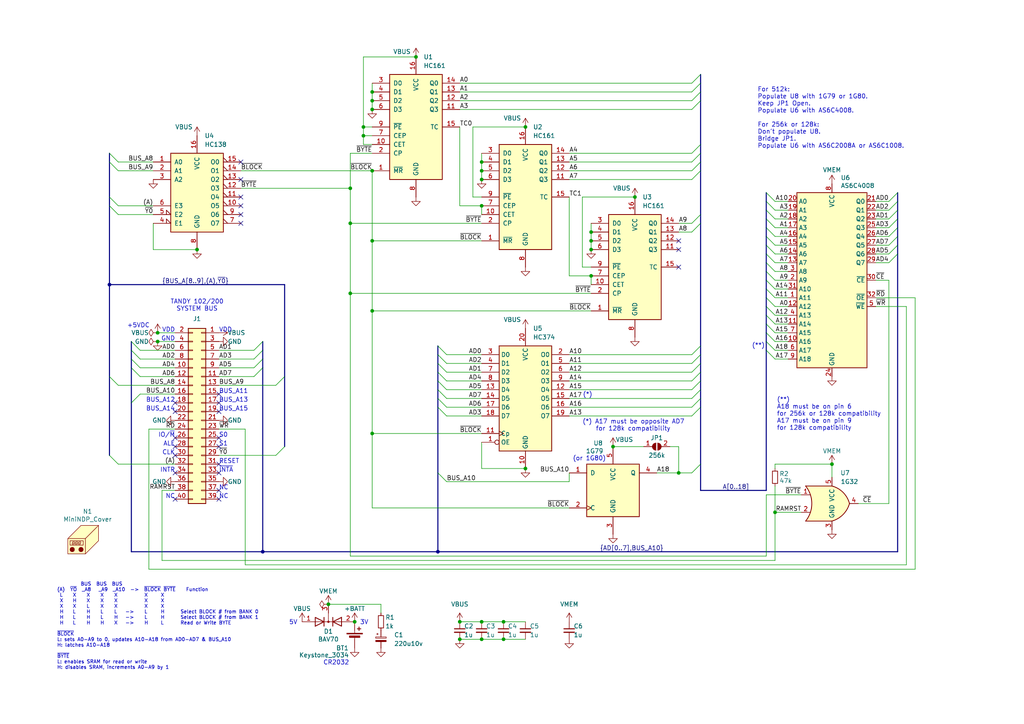
<source format=kicad_sch>
(kicad_sch (version 20231120) (generator "eeschema") (generator_version "8.0")
  (paper "A4")
  (title_block (title "MiniNDP") (date "2024-11-27") (rev "A19") (company "Brian K. White - b.kenyon.w@gmail.com") (comment 1 "github.com/bkw777/NODE_DATAPAC") (comment 2 "Use with RAM100.CO or RAM200.CO") (comment 3 "Work-alike of NODE Systems DATAPAC / RAMPAC"))
  (lib_symbols
    (symbol "000_LOCAL:74xx138" (pin_names (offset 1.016))
      (property "Reference" "U" (at -7.62 11.43 0))
      (property "Value" "74xx138" (at -7.62 -13.97 0))
      (symbol "74xx138_1_0"
        (pin input line (at -12.7 7.62 0) (length 5.08) (name "A0") (number "1"))
        (pin output output_low (at 12.7 -5.08 180) (length 5.08) (name "O5") (number "10"))
        (pin output output_low (at 12.7 -2.54 180) (length 5.08) (name "O4") (number "11"))
        (pin output output_low (at 12.7 0 180) (length 5.08) (name "O3") (number "12"))
        (pin output output_low (at 12.7 2.54 180) (length 5.08) (name "O2") (number "13"))
        (pin output output_low (at 12.7 5.08 180) (length 5.08) (name "O1") (number "14"))
        (pin output output_low (at 12.7 7.62 180) (length 5.08) (name "O0") (number "15"))
        (pin power_in line (at 0 15.24 270) (length 5.08) (name "VCC") (number "16"))
        (pin input line (at -12.7 5.08 0) (length 5.08) (name "A1") (number "2"))
        (pin input line (at -12.7 2.54 0) (length 5.08) (name "A2") (number "3"))
        (pin input input_low (at -12.7 -10.16 0) (length 5.08) (name "E1") (number "4"))
        (pin input input_low (at -12.7 -7.62 0) (length 5.08) (name "E2") (number "5"))
        (pin input line (at -12.7 -5.08 0) (length 5.08) (name "E3") (number "6"))
        (pin output output_low (at 12.7 -10.16 180) (length 5.08) (name "O7") (number "7"))
        (pin power_in line (at 0 -17.78 90) (length 5.08) (name "GND") (number "8"))
        (pin output output_low (at 12.7 -7.62 180) (length 5.08) (name "O6") (number "9"))
      )
    )
    (symbol "000_LOCAL:74xx1G32" (pin_names (offset 0.762))
      (property "Reference" "U" (at -5.08 7.62 0))
      (property "Value" "74xx1G32" (at 7.62 -7.62 0))
      (symbol "74xx1G32_1_1"
        (pin input line (at -8.89 2.54 0) (length 2.54) (name "~") (number "1"))
        (pin input line (at -8.89 -2.54 0) (length 2.54) (name "~") (number "2"))
        (pin power_in line (at 0 -7.62 90) (length 2.54) (name "GND") (number "3"))
        (pin output line (at 7.62 0 180) (length 2.54) (name "~") (number "4"))
        (pin power_in line (at 0 7.62 270) (length 2.54) (name "VCC") (number "5"))
      )
    )
    (symbol "000_LOCAL:74xx1G79" (pin_names (offset 1.016))
      (property "Reference" "U" (at -5.08 10.16 0))
      (property "Value" "74xx1G79" (at 7.62 -10.16 0))
      (symbol "74xx1G79_1_1"
        (pin input line (at -12.7 5.08 0) (length 5.08) (name "D") (number "1"))
        (pin input clock (at -12.7 -5.08 0) (length 5.08) (name "C") (number "2"))
        (pin power_in line (at 0 -12.7 90) (length 5.08) (name "GND") (number "3"))
        (pin output line (at 12.7 5.08 180) (length 5.08) (name "Q") (number "4"))
        (pin power_in line (at 0 12.7 270) (length 5.08) (name "VCC") (number "5"))
      )
    )
    (symbol "000_LOCAL:74xx374"
      (property "Reference" "U" (at -7.62 16.51 0))
      (property "Value" "74xx374" (at -7.62 -16.51 0))
      (symbol "74xx374_1_0"
        (pin input inverted (at -12.7 -12.7 0) (length 5.08) (name "OE") (number "1"))
        (pin power_in line (at 0 -20.32 90) (length 5.08) (name "GND") (number "10"))
        (pin input clock (at -12.7 -10.16 0) (length 5.08) (name "Cp") (number "11"))
        (pin tri_state line (at 12.7 2.54 180) (length 5.08) (name "O4") (number "12"))
        (pin input line (at -12.7 2.54 0) (length 5.08) (name "D4") (number "13"))
        (pin input line (at -12.7 0 0) (length 5.08) (name "D5") (number "14"))
        (pin tri_state line (at 12.7 0 180) (length 5.08) (name "O5") (number "15"))
        (pin tri_state line (at 12.7 -2.54 180) (length 5.08) (name "O6") (number "16"))
        (pin input line (at -12.7 -2.54 0) (length 5.08) (name "D6") (number "17"))
        (pin input line (at -12.7 -5.08 0) (length 5.08) (name "D7") (number "18"))
        (pin tri_state line (at 12.7 -5.08 180) (length 5.08) (name "O7") (number "19"))
        (pin tri_state line (at 12.7 12.7 180) (length 5.08) (name "O0") (number "2"))
        (pin power_in line (at 0 20.32 270) (length 5.08) (name "VCC") (number "20"))
        (pin input line (at -12.7 12.7 0) (length 5.08) (name "D0") (number "3"))
        (pin input line (at -12.7 10.16 0) (length 5.08) (name "D1") (number "4"))
        (pin tri_state line (at 12.7 10.16 180) (length 5.08) (name "O1") (number "5"))
        (pin tri_state line (at 12.7 7.62 180) (length 5.08) (name "O2") (number "6"))
        (pin input line (at -12.7 7.62 0) (length 5.08) (name "D2") (number "7"))
        (pin input line (at -12.7 5.08 0) (length 5.08) (name "D3") (number "8"))
        (pin tri_state line (at 12.7 5.08 180) (length 5.08) (name "O3") (number "9"))
      )
    )
    (symbol "000_LOCAL:AS6C4008_TSOP"
      (property "Reference" "U" (at -10.16 23.495 0))
      (property "Value" "AS6C4008_TSOP" (at 2.54 23.495 0))
      (symbol "AS6C4008_TSOP_0_0"
        (pin power_in line (at 0 -30.48 90) (length 2.54) (name "GND") (number "24"))
        (pin power_in line (at 0 25.4 270) (length 2.54) (name "VCC") (number "8"))
      )
      (symbol "AS6C4008_TSOP_1_1"
        (pin input line (at -12.7 -7.62 0) (length 2.54) (name "A11") (number "1"))
        (pin input line (at -12.7 -20.32 0) (length 2.54) (name "A16") (number "10"))
        (pin input line (at -12.7 -15.24 0) (length 2.54) (name "A14") (number "11"))
        (pin input line (at -12.7 -10.16 0) (length 2.54) (name "A12") (number "12"))
        (pin input line (at -12.7 2.54 0) (length 2.54) (name "A7") (number "13"))
        (pin input line (at -12.7 5.08 0) (length 2.54) (name "A6") (number "14"))
        (pin input line (at -12.7 7.62 0) (length 2.54) (name "A5") (number "15"))
        (pin input line (at -12.7 10.16 0) (length 2.54) (name "A4") (number "16"))
        (pin input line (at -12.7 12.7 0) (length 2.54) (name "A3") (number "17"))
        (pin input line (at -12.7 15.24 0) (length 2.54) (name "A2") (number "18"))
        (pin input line (at -12.7 17.78 0) (length 2.54) (name "A1") (number "19"))
        (pin input line (at -12.7 -2.54 0) (length 2.54) (name "A9") (number "2"))
        (pin input line (at -12.7 20.32 0) (length 2.54) (name "A0") (number "20"))
        (pin tri_state line (at 12.7 20.32 180) (length 2.54) (name "Q0") (number "21"))
        (pin tri_state line (at 12.7 17.78 180) (length 2.54) (name "Q1") (number "22"))
        (pin tri_state line (at 12.7 15.24 180) (length 2.54) (name "Q2") (number "23"))
        (pin tri_state line (at 12.7 12.7 180) (length 2.54) (name "Q3") (number "25"))
        (pin tri_state line (at 12.7 10.16 180) (length 2.54) (name "Q4") (number "26"))
        (pin tri_state line (at 12.7 7.62 180) (length 2.54) (name "Q5") (number "27"))
        (pin tri_state line (at 12.7 5.08 180) (length 2.54) (name "Q6") (number "28"))
        (pin tri_state line (at 12.7 2.54 180) (length 2.54) (name "Q7") (number "29"))
        (pin input line (at -12.7 0 0) (length 2.54) (name "A8") (number "3"))
        (pin input line (at 12.7 -2.54 180) (length 2.54) (name "~{CE}") (number "30"))
        (pin input line (at -12.7 -5.08 0) (length 2.54) (name "A10") (number "31"))
        (pin input line (at 12.7 -7.62 180) (length 2.54) (name "~{OE}") (number "32"))
        (pin input line (at -12.7 -12.7 0) (length 2.54) (name "A13") (number "4"))
        (pin input line (at 12.7 -10.16 180) (length 2.54) (name "~{WE}") (number "5"))
        (pin input line (at -12.7 -22.86 0) (length 2.54) (name "A17") (number "6"))
        (pin input line (at -12.7 -17.78 0) (length 2.54) (name "A15") (number "7"))
        (pin input line (at -12.7 -25.4 0) (length 2.54) (name "A18") (number "9"))
      )
    )
    (symbol "000_LOCAL:BAV70" (pin_names hide)
      (property "Reference" "D" (at 0.635 -2.54 0))
      (property "Value" "BAV70" (at 0 2.54 0))
      (symbol "BAV70_0_1"
        (pin passive line (at -7.62 0 0) (length 3.81) (name "A") (number "1"))
        (pin passive line (at 7.62 0 180) (length 3.81) (name "A") (number "2"))
        (pin passive line (at 0 -5.08 90) (length 2.54) (name "K") (number "3"))
      )
    )
    (symbol "000_LOCAL:Battery_Cell" (pin_numbers hide) (pin_names (offset 0) hide)
      (property "Reference" "BT" (at 2.54 2.54 0))
      (property "Value" "Battery_Cell" (at 2.54 0 0))
      (symbol "Battery_Cell_1_1"
        (pin passive line (at 0 5.08 270) (length 2.54) (name "+") (number "1"))
        (pin passive line (at 0 -2.54 90) (length 2.54) (name "-") (number "2"))
      )
    )
    (symbol "000_LOCAL:C" (pin_numbers hide) (pin_names (offset 0.254) hide)
      (property "Reference" "C" (at 0.254 1.778 0))
      (property "Value" "C" (at 0.254 -2.032 0))
      (symbol "C_1_1"
        (pin passive line (at 0 2.54 270) (length 2.032) (name "~") (number "1"))
        (pin passive line (at 0 -2.54 90) (length 2.032) (name "~") (number "2"))
      )
    )
    (symbol "000_LOCAL:C_Polarized" (pin_numbers hide) (pin_names (offset 0.254) hide)
      (property "Reference" "C" (at 0.254 1.778 0))
      (property "Value" "C_Polarized_Small" (at 0.254 -2.032 0))
      (symbol "C_Polarized_1_1"
        (pin passive line (at 0 2.54 270) (length 1.8542) (name "~") (number "1"))
        (pin passive line (at 0 -2.54 90) (length 1.8542) (name "~") (number "2"))
      )
    )
    (symbol "000_LOCAL:Conn_02x20_Odd_Even" (pin_names (offset 1.016) hide)
      (property "Reference" "J" (at 1.27 25.4 0))
      (property "Value" "Conn_02x20_Odd_Even" (at 1.27 -27.94 0))
      (symbol "Conn_02x20_Odd_Even_1_1"
        (pin passive line (at -5.08 22.86 0) (length 3.81) (name "Pin_1") (number "1"))
        (pin passive line (at 7.62 12.7 180) (length 3.81) (name "Pin_10") (number "10"))
        (pin passive line (at -5.08 10.16 0) (length 3.81) (name "Pin_11") (number "11"))
        (pin passive line (at 7.62 10.16 180) (length 3.81) (name "Pin_12") (number "12"))
        (pin passive line (at -5.08 7.62 0) (length 3.81) (name "Pin_13") (number "13"))
        (pin passive line (at 7.62 7.62 180) (length 3.81) (name "Pin_14") (number "14"))
        (pin passive line (at -5.08 5.08 0) (length 3.81) (name "Pin_15") (number "15"))
        (pin passive line (at 7.62 5.08 180) (length 3.81) (name "Pin_16") (number "16"))
        (pin passive line (at -5.08 2.54 0) (length 3.81) (name "Pin_17") (number "17"))
        (pin passive line (at 7.62 2.54 180) (length 3.81) (name "Pin_18") (number "18"))
        (pin passive line (at -5.08 0 0) (length 3.81) (name "Pin_19") (number "19"))
        (pin passive line (at 7.62 22.86 180) (length 3.81) (name "Pin_2") (number "2"))
        (pin passive line (at 7.62 0 180) (length 3.81) (name "Pin_20") (number "20"))
        (pin passive line (at -5.08 -2.54 0) (length 3.81) (name "Pin_21") (number "21"))
        (pin passive line (at 7.62 -2.54 180) (length 3.81) (name "Pin_22") (number "22"))
        (pin passive line (at -5.08 -5.08 0) (length 3.81) (name "Pin_23") (number "23"))
        (pin passive line (at 7.62 -5.08 180) (length 3.81) (name "Pin_24") (number "24"))
        (pin passive line (at -5.08 -7.62 0) (length 3.81) (name "Pin_25") (number "25"))
        (pin passive line (at 7.62 -7.62 180) (length 3.81) (name "Pin_26") (number "26"))
        (pin passive line (at -5.08 -10.16 0) (length 3.81) (name "Pin_27") (number "27"))
        (pin passive line (at 7.62 -10.16 180) (length 3.81) (name "Pin_28") (number "28"))
        (pin passive line (at -5.08 -12.7 0) (length 3.81) (name "Pin_29") (number "29"))
        (pin passive line (at -5.08 20.32 0) (length 3.81) (name "Pin_3") (number "3"))
        (pin passive line (at 7.62 -12.7 180) (length 3.81) (name "Pin_30") (number "30"))
        (pin passive line (at -5.08 -15.24 0) (length 3.81) (name "Pin_31") (number "31"))
        (pin passive line (at 7.62 -15.24 180) (length 3.81) (name "Pin_32") (number "32"))
        (pin passive line (at -5.08 -17.78 0) (length 3.81) (name "Pin_33") (number "33"))
        (pin passive line (at 7.62 -17.78 180) (length 3.81) (name "Pin_34") (number "34"))
        (pin passive line (at -5.08 -20.32 0) (length 3.81) (name "Pin_35") (number "35"))
        (pin passive line (at 7.62 -20.32 180) (length 3.81) (name "Pin_36") (number "36"))
        (pin passive line (at -5.08 -22.86 0) (length 3.81) (name "Pin_37") (number "37"))
        (pin passive line (at 7.62 -22.86 180) (length 3.81) (name "Pin_38") (number "38"))
        (pin passive line (at -5.08 -25.4 0) (length 3.81) (name "Pin_39") (number "39"))
        (pin passive line (at 7.62 20.32 180) (length 3.81) (name "Pin_4") (number "4"))
        (pin passive line (at 7.62 -25.4 180) (length 3.81) (name "Pin_40") (number "40"))
        (pin passive line (at -5.08 17.78 0) (length 3.81) (name "Pin_5") (number "5"))
        (pin passive line (at 7.62 17.78 180) (length 3.81) (name "Pin_6") (number "6"))
        (pin passive line (at -5.08 15.24 0) (length 3.81) (name "Pin_7") (number "7"))
        (pin passive line (at 7.62 15.24 180) (length 3.81) (name "Pin_8") (number "8"))
        (pin passive line (at -5.08 12.7 0) (length 3.81) (name "Pin_9") (number "9"))
      )
    )
    (symbol "000_LOCAL:Housing" (pin_names (offset 1.016)) (exclude_from_sim yes)
      (property "Reference" "N" (at 3.81 0 0))
      (property "Value" "Housing" (at 3.81 -1.905 0))
    )
    (symbol "000_LOCAL:R" (pin_numbers hide) (pin_names (offset 0.254) hide)
      (property "Reference" "R" (at 0.762 0.508 0))
      (property "Value" "R_Small" (at 0.762 -1.016 0))
      (symbol "R_1_1"
        (pin passive line (at 0 2.54 270) (length 0.762) (name "~") (number "1"))
        (pin passive line (at 0 -2.54 90) (length 0.762) (name "~") (number "2"))
      )
    )
    (symbol "000_LOCAL:SolderJumper_2_Open" (pin_names (offset 0) hide)
      (property "Reference" "JP" (at 0 2.032 0))
      (property "Value" "SolderJumper_2_Open" (at 0 -2.54 0))
      (symbol "SolderJumper_2_Open_1_1"
        (pin passive line (at -3.81 0 0) (length 2.54) (name "A") (number "1"))
        (pin passive line (at 3.81 0 180) (length 2.54) (name "B") (number "2"))
      )
    )
    (symbol "74xx161_1" (pin_names (offset 1.016))
      (property "Reference" "U" (at -7.62 16.51 0))
      (property "Value" "74xx161" (at -7.62 -16.51 0))
      (symbol "74xx161_1_1_0"
        (pin input line (at -12.7 -12.7 0) (length 5.08) (name "~{MR}") (number "1"))
        (pin input line (at -12.7 -5.08 0) (length 5.08) (name "CET") (number "10"))
        (pin output line (at 12.7 5.08 180) (length 5.08) (name "Q3") (number "11"))
        (pin output line (at 12.7 7.62 180) (length 5.08) (name "Q2") (number "12"))
        (pin output line (at 12.7 10.16 180) (length 5.08) (name "Q1") (number "13"))
        (pin output line (at 12.7 12.7 180) (length 5.08) (name "Q0") (number "14"))
        (pin output line (at 12.7 0 180) (length 5.08) (name "TC") (number "15"))
        (pin power_in line (at 0 20.32 270) (length 5.08) (name "VCC") (number "16"))
        (pin input line (at -12.7 -7.62 0) (length 5.08) (name "CP") (number "2"))
        (pin input line (at -12.7 12.7 0) (length 5.08) (name "D0") (number "3"))
        (pin input line (at -12.7 10.16 0) (length 5.08) (name "D1") (number "4"))
        (pin input line (at -12.7 7.62 0) (length 5.08) (name "D2") (number "5"))
        (pin input line (at -12.7 5.08 0) (length 5.08) (name "D3") (number "6"))
        (pin input line (at -12.7 -2.54 0) (length 5.08) (name "CEP") (number "7"))
        (pin power_in line (at 0 -20.32 90) (length 5.08) (name "GND") (number "8"))
        (pin input line (at -12.7 0 0) (length 5.08) (name "~{PE}") (number "9"))
      )
    )
    (symbol "power:+BATT" (power) (pin_numbers hide) (pin_names (offset 0) hide)
      (property "Value" "+BATT" (at 0 3.556 0))
      (symbol "+BATT_1_1"
        (pin power_in line (at 0 0 90) (length 0) (name "~") (number "1"))
      )
    )
    (symbol "power:GND" (power) (pin_names (offset 0))
      (property "Value" "GND" (at 0 -3.81 0))
      (symbol "GND_1_1"
        (pin power_in line (at 0 0 270) (length 0) hide (name "GND") (number "1"))
      )
    )
    (symbol "power:PWR_FLAG" (power) (pin_numbers hide) (pin_names (offset 0) hide)
      (property "Value" "PWR_FLAG" (at 0 3.81 0))
      (symbol "PWR_FLAG_0_0"
        (pin power_out line (at 0 0 90) (length 0) (name "pwr") (number "1"))
      )
    )
    (symbol "power:VBUS" (power) (pin_names (offset 0))
      (property "Value" "VBUS" (at 0 3.81 0))
      (symbol "VBUS_1_1"
        (pin power_in line (at 0 0 90) (length 0) hide (name "VBUS") (number "1"))
      )
    )
    (symbol "power:VMEM" (power) (pin_names (offset 0))
      (property "Value" "VMEM" (at 0 3.81 0))
      (symbol "VMEM_1_1"
        (pin power_in line (at 0 0 90) (length 0) hide (name "VMEM") (number "1"))
      )
    )
  )
  (junction (at 107.95 49.53))
  (junction (at 45.72 96.52))
  (junction (at 171.45 67.31))
  (junction (at 105.41 36.83))
  (junction (at 146.05 180.34))
  (junction (at 139.7 49.53))
  (junction (at 107.95 90.17))
  (junction (at 101.6 54.61))
  (junction (at 152.4 135.89))
  (junction (at 139.7 185.42))
  (junction (at 45.72 99.06))
  (junction (at 171.45 80.01))
  (junction (at 101.6 64.77))
  (junction (at 107.95 26.67))
  (junction (at 76.2 160.02))
  (junction (at 139.7 46.99))
  (junction (at 120.65 16.51))
  (junction (at 133.35 185.42))
  (junction (at 95.25 175.26))
  (junction (at 101.6 85.09))
  (junction (at 184.15 57.15))
  (junction (at 102.87 180.34))
  (junction (at 139.7 52.07))
  (junction (at 152.4 36.83))
  (junction (at 107.95 69.85))
  (junction (at 107.95 29.21))
  (junction (at 177.8 129.54))
  (junction (at 146.05 185.42))
  (junction (at 57.15 72.39))
  (junction (at 31.75 82.55))
  (junction (at 241.3 134.62))
  (junction (at 107.95 31.75))
  (junction (at 133.35 180.34))
  (junction (at 127 160.02))
  (junction (at 139.7 180.34))
  (junction (at 224.79 148.59))
  (junction (at 105.41 39.37))
  (junction (at 196.85 137.16))
  (junction (at 107.95 125.73))
  (junction (at 171.45 72.39))
  (junction (at 139.7 59.69))
  (junction (at 171.45 69.85))
  (no_connect (at 69.85 52.07))
  (no_connect (at 63.5 134.62))
  (no_connect (at 69.85 59.69))
  (no_connect (at 196.85 69.85))
  (no_connect (at 63.5 119.38))
  (no_connect (at 69.85 57.15))
  (no_connect (at 50.8 144.78))
  (no_connect (at 63.5 127))
  (no_connect (at 69.85 64.77))
  (no_connect (at 63.5 144.78))
  (no_connect (at 50.8 127))
  (no_connect (at 196.85 77.47))
  (no_connect (at 50.8 116.84))
  (no_connect (at 69.85 62.23))
  (no_connect (at 50.8 119.38))
  (no_connect (at 50.8 137.16))
  (no_connect (at 63.5 114.3))
  (no_connect (at 196.85 72.39))
  (no_connect (at 50.8 129.54))
  (no_connect (at 50.8 132.08))
  (no_connect (at 63.5 142.24))
  (no_connect (at 63.5 116.84))
  (no_connect (at 63.5 129.54))
  (no_connect (at 63.5 137.16))
  (no_connect (at 69.85 46.99))
  (bus_entry (at 200.66 67.31) (size 2.54 -2.54))
  (bus_entry (at 257.81 60.96) (size 2.54 -2.54))
  (bus_entry (at 200.66 24.13) (size 2.54 -2.54))
  (bus_entry (at 40.64 106.68) (size -2.54 -2.54))
  (bus_entry (at 200.66 31.75) (size 2.54 -2.54))
  (bus_entry (at 224.79 68.58) (size -2.54 -2.54))
  (bus_entry (at 38.1 116.84) (size 2.54 -2.54))
  (bus_entry (at 200.66 113.03) (size 2.54 -2.54))
  (bus_entry (at 224.79 71.12) (size -2.54 -2.54))
  (bus_entry (at 224.79 81.28) (size -2.54 -2.54))
  (bus_entry (at 200.66 115.57) (size 2.54 -2.54))
  (bus_entry (at 127 115.57) (size 2.54 2.54))
  (bus_entry (at 31.75 57.15) (size 2.54 2.54))
  (bus_entry (at 40.64 109.22) (size -2.54 -2.54))
  (bus_entry (at 224.79 93.98) (size -2.54 -2.54))
  (bus_entry (at 40.64 101.6) (size -2.54 -2.54))
  (bus_entry (at 31.75 46.99) (size 2.54 2.54))
  (bus_entry (at 224.79 76.2) (size -2.54 -2.54))
  (bus_entry (at 224.79 73.66) (size -2.54 -2.54))
  (bus_entry (at 224.79 66.04) (size -2.54 -2.54))
  (bus_entry (at 200.66 49.53) (size 2.54 -2.54))
  (bus_entry (at 224.79 78.74) (size -2.54 -2.54))
  (bus_entry (at 224.79 86.36) (size -2.54 -2.54))
  (bus_entry (at 73.66 101.6) (size 2.54 -2.54))
  (bus_entry (at 82.55 129.54) (size -2.54 2.54))
  (bus_entry (at 200.66 107.95) (size 2.54 -2.54))
  (bus_entry (at 224.79 101.6) (size -2.54 -2.54))
  (bus_entry (at 257.81 68.58) (size 2.54 -2.54))
  (bus_entry (at 200.66 118.11) (size 2.54 -2.54))
  (bus_entry (at 224.79 60.96) (size -2.54 -2.54))
  (bus_entry (at 82.55 109.22) (size -2.54 2.54))
  (bus_entry (at 257.81 71.12) (size 2.54 -2.54))
  (bus_entry (at 127 118.11) (size 2.54 2.54))
  (bus_entry (at 224.79 99.06) (size -2.54 -2.54))
  (bus_entry (at 31.75 44.45) (size 2.54 2.54))
  (bus_entry (at 200.66 46.99) (size 2.54 -2.54))
  (bus_entry (at 31.75 59.69) (size 2.54 2.54))
  (bus_entry (at 224.79 83.82) (size -2.54 -2.54))
  (bus_entry (at 257.81 76.2) (size 2.54 -2.54))
  (bus_entry (at 257.81 73.66) (size 2.54 -2.54))
  (bus_entry (at 40.64 104.14) (size -2.54 -2.54))
  (bus_entry (at 200.66 137.16) (size 2.54 -2.54))
  (bus_entry (at 73.66 109.22) (size 2.54 -2.54))
  (bus_entry (at 200.66 64.77) (size 2.54 -2.54))
  (bus_entry (at 127 102.87) (size 2.54 2.54))
  (bus_entry (at 200.66 105.41) (size 2.54 -2.54))
  (bus_entry (at 224.79 88.9) (size -2.54 -2.54))
  (bus_entry (at 257.81 63.5) (size 2.54 -2.54))
  (bus_entry (at 127 137.16) (size 2.54 2.54))
  (bus_entry (at 127 113.03) (size 2.54 2.54))
  (bus_entry (at 257.81 58.42) (size 2.54 -2.54))
  (bus_entry (at 224.79 96.52) (size -2.54 -2.54))
  (bus_entry (at 200.66 102.87) (size 2.54 -2.54))
  (bus_entry (at 224.79 91.44) (size -2.54 -2.54))
  (bus_entry (at 200.66 44.45) (size 2.54 -2.54))
  (bus_entry (at 257.81 66.04) (size 2.54 -2.54))
  (bus_entry (at 31.75 109.22) (size 2.54 2.54))
  (bus_entry (at 127 110.49) (size 2.54 2.54))
  (bus_entry (at 224.79 104.14) (size -2.54 -2.54))
  (bus_entry (at 200.66 29.21) (size 2.54 -2.54))
  (bus_entry (at 127 100.33) (size 2.54 2.54))
  (bus_entry (at 200.66 110.49) (size 2.54 -2.54))
  (bus_entry (at 224.79 58.42) (size -2.54 -2.54))
  (bus_entry (at 73.66 104.14) (size 2.54 -2.54))
  (bus_entry (at 127 105.41) (size 2.54 2.54))
  (bus_entry (at 127 107.95) (size 2.54 2.54))
  (bus_entry (at 224.79 63.5) (size -2.54 -2.54))
  (bus_entry (at 200.66 120.65) (size 2.54 -2.54))
  (bus_entry (at 34.29 134.62) (size -2.54 -2.54))
  (bus_entry (at 200.66 52.07) (size 2.54 -2.54))
  (bus_entry (at 73.66 106.68) (size 2.54 -2.54))
  (bus_entry (at 200.66 26.67) (size 2.54 -2.54))
  (bus (pts (xy 127 115.57) (xy 127 118.11)))
  (wire (pts (xy 129.54 102.87) (xy 139.7 102.87)))
  (wire (pts (xy 107.95 29.21) (xy 107.95 31.75)))
  (bus (pts (xy 222.25 91.44) (xy 222.25 93.98)))
  (wire (pts (xy 110.49 175.26) (xy 95.25 175.26)))
  (wire (pts (xy 105.41 16.51) (xy 105.41 36.83)))
  (wire (pts (xy 101.6 161.29) (xy 222.25 161.29)))
  (wire (pts (xy 105.41 39.37) (xy 107.95 39.37)))
  (wire (pts (xy 105.41 39.37) (xy 105.41 41.91)))
  (wire (pts (xy 46.99 142.24) (xy 46.99 162.56)))
  (wire (pts (xy 224.79 78.74) (xy 228.6 78.74)))
  (wire (pts (xy 105.41 36.83) (xy 107.95 36.83)))
  (wire (pts (xy 196.85 64.77) (xy 200.66 64.77)))
  (bus (pts (xy 222.25 101.6) (xy 222.25 99.06)))
  (wire (pts (xy 107.95 24.13) (xy 107.95 26.67)))
  (wire (pts (xy 107.95 147.32) (xy 165.1 147.32)))
  (wire (pts (xy 105.41 41.91) (xy 107.95 41.91)))
  (wire (pts (xy 254 76.2) (xy 257.81 76.2)))
  (wire (pts (xy 224.79 148.59) (xy 232.41 148.59)))
  (wire (pts (xy 129.54 118.11) (xy 139.7 118.11)))
  (wire (pts (xy 224.79 63.5) (xy 228.6 63.5)))
  (wire (pts (xy 165.1 110.49) (xy 200.66 110.49)))
  (bus (pts (xy 222.25 76.2) (xy 222.25 78.74)))
  (bus (pts (xy 222.25 142.24) (xy 222.25 101.6)))
  (wire (pts (xy 224.79 134.62) (xy 224.79 135.89)))
  (bus (pts (xy 31.75 57.15) (xy 31.75 59.69)))
  (wire (pts (xy 133.35 24.13) (xy 200.66 24.13)))
  (wire (pts (xy 34.29 59.69) (xy 44.45 59.69)))
  (wire (pts (xy 222.25 143.51) (xy 222.25 161.29)))
  (wire (pts (xy 40.64 109.22) (xy 50.8 109.22)))
  (wire (pts (xy 101.6 85.09) (xy 171.45 85.09)))
  (wire (pts (xy 165.1 139.7) (xy 165.1 137.16)))
  (bus (pts (xy 82.55 82.55) (xy 82.55 109.22)))
  (wire (pts (xy 34.29 111.76) (xy 50.8 111.76)))
  (bus (pts (xy 222.25 58.42) (xy 222.25 60.96)))
  (bus (pts (xy 127 118.11) (xy 127 137.16)))
  (bus (pts (xy 203.2 134.62) (xy 203.2 142.24)))
  (wire (pts (xy 107.95 125.73) (xy 139.7 125.73)))
  (bus (pts (xy 38.1 101.6) (xy 38.1 104.14)))
  (wire (pts (xy 171.45 69.85) (xy 171.45 72.39)))
  (wire (pts (xy 171.45 80.01) (xy 165.1 80.01)))
  (bus (pts (xy 203.2 26.67) (xy 203.2 29.21)))
  (bus (pts (xy 203.2 29.21) (xy 203.2 41.91)))
  (wire (pts (xy 224.79 83.82) (xy 228.6 83.82)))
  (wire (pts (xy 40.64 101.6) (xy 50.8 101.6)))
  (bus (pts (xy 203.2 142.24) (xy 222.25 142.24)))
  (wire (pts (xy 63.5 111.76) (xy 80.01 111.76)))
  (wire (pts (xy 168.91 57.15) (xy 168.91 77.47)))
  (wire (pts (xy 40.64 114.3) (xy 50.8 114.3)))
  (bus (pts (xy 203.2 46.99) (xy 203.2 49.53)))
  (bus (pts (xy 38.1 106.68) (xy 38.1 116.84)))
  (wire (pts (xy 107.95 26.67) (xy 107.95 29.21)))
  (wire (pts (xy 137.16 36.83) (xy 137.16 57.15)))
  (bus (pts (xy 260.35 66.04) (xy 260.35 68.58)))
  (wire (pts (xy 254 71.12) (xy 257.81 71.12)))
  (bus (pts (xy 203.2 110.49) (xy 203.2 113.03)))
  (wire (pts (xy 224.79 73.66) (xy 228.6 73.66)))
  (bus (pts (xy 222.25 55.88) (xy 222.25 58.42)))
  (wire (pts (xy 165.1 102.87) (xy 200.66 102.87)))
  (wire (pts (xy 139.7 185.42) (xy 146.05 185.42)))
  (wire (pts (xy 232.41 143.51) (xy 222.25 143.51)))
  (wire (pts (xy 224.79 60.96) (xy 228.6 60.96)))
  (wire (pts (xy 133.35 180.34) (xy 139.7 180.34)))
  (wire (pts (xy 165.1 120.65) (xy 200.66 120.65)))
  (bus (pts (xy 222.25 73.66) (xy 222.25 76.2)))
  (wire (pts (xy 69.85 54.61) (xy 101.6 54.61)))
  (wire (pts (xy 165.1 113.03) (xy 200.66 113.03)))
  (bus (pts (xy 203.2 118.11) (xy 203.2 134.62)))
  (wire (pts (xy 224.79 86.36) (xy 228.6 86.36)))
  (bus (pts (xy 222.25 71.12) (xy 222.25 73.66)))
  (wire (pts (xy 224.79 96.52) (xy 228.6 96.52)))
  (wire (pts (xy 196.85 129.54) (xy 194.31 129.54)))
  (wire (pts (xy 45.72 96.52) (xy 50.8 96.52)))
  (wire (pts (xy 101.6 64.77) (xy 139.7 64.77)))
  (wire (pts (xy 139.7 46.99) (xy 139.7 49.53)))
  (wire (pts (xy 262.89 88.9) (xy 262.89 163.83)))
  (wire (pts (xy 71.12 124.46) (xy 71.12 163.83)))
  (wire (pts (xy 110.49 177.8) (xy 110.49 175.26)))
  (wire (pts (xy 171.45 80.01) (xy 171.45 82.55)))
  (wire (pts (xy 224.79 66.04) (xy 228.6 66.04)))
  (bus (pts (xy 222.25 66.04) (xy 222.25 68.58)))
  (wire (pts (xy 129.54 115.57) (xy 139.7 115.57)))
  (bus (pts (xy 260.35 68.58) (xy 260.35 71.12)))
  (bus (pts (xy 222.25 78.74) (xy 222.25 81.28)))
  (wire (pts (xy 63.5 101.6) (xy 73.66 101.6)))
  (wire (pts (xy 196.85 67.31) (xy 200.66 67.31)))
  (wire (pts (xy 248.92 146.05) (xy 257.81 146.05)))
  (wire (pts (xy 40.64 106.68) (xy 50.8 106.68)))
  (bus (pts (xy 31.75 109.22) (xy 31.75 132.08)))
  (wire (pts (xy 171.45 64.77) (xy 171.45 67.31)))
  (wire (pts (xy 168.91 77.47) (xy 171.45 77.47)))
  (wire (pts (xy 146.05 185.42) (xy 152.4 185.42)))
  (bus (pts (xy 31.75 59.69) (xy 31.75 82.55)))
  (bus (pts (xy 31.75 44.45) (xy 31.75 46.99)))
  (bus (pts (xy 203.2 107.95) (xy 203.2 110.49)))
  (bus (pts (xy 260.35 60.96) (xy 260.35 63.5)))
  (wire (pts (xy 105.41 36.83) (xy 105.41 39.37)))
  (bus (pts (xy 203.2 102.87) (xy 203.2 105.41)))
  (bus (pts (xy 203.2 113.03) (xy 203.2 115.57)))
  (wire (pts (xy 165.1 115.57) (xy 200.66 115.57)))
  (bus (pts (xy 203.2 21.59) (xy 203.2 24.13)))
  (wire (pts (xy 224.79 93.98) (xy 228.6 93.98)))
  (bus (pts (xy 127 113.03) (xy 127 115.57)))
  (wire (pts (xy 107.95 69.85) (xy 139.7 69.85)))
  (wire (pts (xy 101.6 64.77) (xy 101.6 85.09)))
  (wire (pts (xy 133.35 36.83) (xy 133.35 59.69)))
  (wire (pts (xy 133.35 31.75) (xy 200.66 31.75)))
  (bus (pts (xy 203.2 105.41) (xy 203.2 107.95)))
  (bus (pts (xy 82.55 109.22) (xy 82.55 129.54)))
  (wire (pts (xy 262.89 88.9) (xy 254 88.9)))
  (wire (pts (xy 254 66.04) (xy 257.81 66.04)))
  (wire (pts (xy 224.79 140.97) (xy 224.79 148.59)))
  (wire (pts (xy 129.54 105.41) (xy 139.7 105.41)))
  (wire (pts (xy 171.45 67.31) (xy 171.45 69.85)))
  (bus (pts (xy 76.2 160.02) (xy 127 160.02)))
  (wire (pts (xy 63.5 124.46) (xy 71.12 124.46)))
  (wire (pts (xy 224.79 148.59) (xy 224.79 162.56)))
  (wire (pts (xy 224.79 58.42) (xy 228.6 58.42)))
  (wire (pts (xy 165.1 105.41) (xy 200.66 105.41)))
  (wire (pts (xy 45.72 99.06) (xy 50.8 99.06)))
  (bus (pts (xy 203.2 49.53) (xy 203.2 62.23)))
  (bus (pts (xy 127 100.33) (xy 127 102.87)))
  (wire (pts (xy 133.35 185.42) (xy 139.7 185.42)))
  (bus (pts (xy 203.2 62.23) (xy 203.2 64.77)))
  (bus (pts (xy 260.35 58.42) (xy 260.35 60.96)))
  (wire (pts (xy 133.35 59.69) (xy 139.7 59.69)))
  (wire (pts (xy 44.45 64.77) (xy 44.45 72.39)))
  (bus (pts (xy 260.35 71.12) (xy 260.35 73.66)))
  (bus (pts (xy 222.25 68.58) (xy 222.25 71.12)))
  (wire (pts (xy 146.05 180.34) (xy 152.4 180.34)))
  (bus (pts (xy 76.2 101.6) (xy 76.2 104.14)))
  (bus (pts (xy 222.25 60.96) (xy 222.25 63.5)))
  (wire (pts (xy 105.41 16.51) (xy 120.65 16.51)))
  (bus (pts (xy 260.35 55.88) (xy 260.35 58.42)))
  (bus (pts (xy 222.25 81.28) (xy 222.25 83.82)))
  (bus (pts (xy 76.2 104.14) (xy 76.2 106.68)))
  (wire (pts (xy 254 68.58) (xy 257.81 68.58)))
  (wire (pts (xy 165.1 46.99) (xy 200.66 46.99)))
  (bus (pts (xy 222.25 93.98) (xy 222.25 96.52)))
  (bus (pts (xy 127 137.16) (xy 127 160.02)))
  (wire (pts (xy 129.54 110.49) (xy 139.7 110.49)))
  (wire (pts (xy 101.6 44.45) (xy 107.95 44.45)))
  (wire (pts (xy 224.79 81.28) (xy 228.6 81.28)))
  (bus (pts (xy 222.25 86.36) (xy 222.25 88.9)))
  (bus (pts (xy 127 107.95) (xy 127 110.49)))
  (wire (pts (xy 101.6 85.09) (xy 101.6 161.29)))
  (bus (pts (xy 38.1 104.14) (xy 38.1 106.68)))
  (wire (pts (xy 107.95 125.73) (xy 107.95 147.32)))
  (wire (pts (xy 165.1 52.07) (xy 200.66 52.07)))
  (bus (pts (xy 260.35 73.66) (xy 260.35 160.02)))
  (wire (pts (xy 137.16 57.15) (xy 139.7 57.15)))
  (wire (pts (xy 44.45 72.39) (xy 57.15 72.39)))
  (wire (pts (xy 63.5 104.14) (xy 73.66 104.14)))
  (wire (pts (xy 165.1 80.01) (xy 165.1 57.15)))
  (wire (pts (xy 165.1 49.53) (xy 200.66 49.53)))
  (wire (pts (xy 165.1 118.11) (xy 200.66 118.11)))
  (wire (pts (xy 224.79 68.58) (xy 228.6 68.58)))
  (bus (pts (xy 31.75 82.55) (xy 82.55 82.55)))
  (wire (pts (xy 107.95 90.17) (xy 107.95 125.73)))
  (wire (pts (xy 224.79 76.2) (xy 228.6 76.2)))
  (bus (pts (xy 260.35 63.5) (xy 260.35 66.04)))
  (bus (pts (xy 203.2 44.45) (xy 203.2 46.99)))
  (bus (pts (xy 76.2 99.06) (xy 76.2 101.6)))
  (wire (pts (xy 254 63.5) (xy 257.81 63.5)))
  (wire (pts (xy 129.54 113.03) (xy 139.7 113.03)))
  (bus (pts (xy 222.25 96.52) (xy 222.25 99.06)))
  (wire (pts (xy 224.79 104.14) (xy 228.6 104.14)))
  (wire (pts (xy 254 60.96) (xy 257.81 60.96)))
  (bus (pts (xy 31.75 82.55) (xy 31.75 109.22)))
  (wire (pts (xy 254 58.42) (xy 257.81 58.42)))
  (bus (pts (xy 127 105.41) (xy 127 107.95)))
  (wire (pts (xy 224.79 99.06) (xy 228.6 99.06)))
  (bus (pts (xy 203.2 24.13) (xy 203.2 26.67)))
  (wire (pts (xy 254 73.66) (xy 257.81 73.66)))
  (wire (pts (xy 43.18 124.46) (xy 43.18 165.1)))
  (wire (pts (xy 40.64 104.14) (xy 50.8 104.14)))
  (bus (pts (xy 203.2 100.33) (xy 203.2 102.87)))
  (wire (pts (xy 63.5 109.22) (xy 73.66 109.22)))
  (bus (pts (xy 203.2 41.91) (xy 203.2 44.45)))
  (wire (pts (xy 50.8 124.46) (xy 43.18 124.46)))
  (wire (pts (xy 262.89 163.83) (xy 71.12 163.83)))
  (wire (pts (xy 63.5 106.68) (xy 73.66 106.68)))
  (wire (pts (xy 34.29 46.99) (xy 44.45 46.99)))
  (wire (pts (xy 139.7 49.53) (xy 139.7 52.07)))
  (wire (pts (xy 139.7 44.45) (xy 139.7 46.99)))
  (wire (pts (xy 257.81 81.28) (xy 257.81 146.05)))
  (wire (pts (xy 224.79 134.62) (xy 241.3 134.62)))
  (bus (pts (xy 222.25 88.9) (xy 222.25 91.44)))
  (wire (pts (xy 133.35 26.67) (xy 200.66 26.67)))
  (wire (pts (xy 63.5 132.08) (xy 80.01 132.08)))
  (wire (pts (xy 107.95 90.17) (xy 171.45 90.17)))
  (bus (pts (xy 31.75 57.15) (xy 31.75 46.99)))
  (wire (pts (xy 129.54 107.95) (xy 139.7 107.95)))
  (wire (pts (xy 168.91 57.15) (xy 184.15 57.15)))
  (wire (pts (xy 139.7 128.27) (xy 139.7 135.89)))
  (wire (pts (xy 101.6 44.45) (xy 101.6 54.61)))
  (bus (pts (xy 127 160.02) (xy 260.35 160.02)))
  (wire (pts (xy 137.16 36.83) (xy 152.4 36.83)))
  (wire (pts (xy 224.79 101.6) (xy 228.6 101.6)))
  (wire (pts (xy 46.99 142.24) (xy 50.8 142.24)))
  (wire (pts (xy 133.35 29.21) (xy 200.66 29.21)))
  (wire (pts (xy 107.95 69.85) (xy 107.95 90.17)))
  (bus (pts (xy 203.2 64.77) (xy 203.2 100.33)))
  (wire (pts (xy 139.7 135.89) (xy 152.4 135.89)))
  (bus (pts (xy 38.1 116.84) (xy 38.1 160.02)))
  (bus (pts (xy 127 110.49) (xy 127 113.03)))
  (wire (pts (xy 190.5 137.16) (xy 196.85 137.16)))
  (wire (pts (xy 129.54 139.7) (xy 165.1 139.7)))
  (wire (pts (xy 241.3 134.62) (xy 241.3 138.43)))
  (wire (pts (xy 101.6 54.61) (xy 101.6 64.77)))
  (wire (pts (xy 224.79 71.12) (xy 228.6 71.12)))
  (wire (pts (xy 257.81 81.28) (xy 254 81.28)))
  (wire (pts (xy 165.1 44.45) (xy 200.66 44.45)))
  (wire (pts (xy 107.95 49.53) (xy 107.95 69.85)))
  (bus (pts (xy 222.25 83.82) (xy 222.25 86.36)))
  (wire (pts (xy 254 86.36) (xy 265.43 86.36)))
  (wire (pts (xy 139.7 180.34) (xy 146.05 180.34)))
  (wire (pts (xy 139.7 59.69) (xy 139.7 62.23)))
  (bus (pts (xy 222.25 63.5) (xy 222.25 66.04)))
  (wire (pts (xy 34.29 62.23) (xy 44.45 62.23)))
  (wire (pts (xy 196.85 129.54) (xy 196.85 137.16)))
  (wire (pts (xy 196.85 137.16) (xy 200.66 137.16)))
  (wire (pts (xy 129.54 120.65) (xy 139.7 120.65)))
  (wire (pts (xy 69.85 49.53) (xy 107.95 49.53)))
  (wire (pts (xy 265.43 165.1) (xy 265.43 86.36)))
  (wire (pts (xy 34.29 134.62) (xy 50.8 134.62)))
  (bus (pts (xy 38.1 99.06) (xy 38.1 101.6)))
  (wire (pts (xy 224.79 88.9) (xy 228.6 88.9)))
  (wire (pts (xy 34.29 49.53) (xy 44.45 49.53)))
  (wire (pts (xy 177.8 129.54) (xy 186.69 129.54)))
  (bus (pts (xy 76.2 106.68) (xy 76.2 160.02)))
  (wire (pts (xy 165.1 107.95) (xy 200.66 107.95)))
  (wire (pts (xy 46.99 162.56) (xy 224.79 162.56)))
  (wire (pts (xy 224.79 91.44) (xy 228.6 91.44)))
  (bus (pts (xy 127 102.87) (xy 127 105.41)))
  (bus (pts (xy 38.1 160.02) (xy 76.2 160.02)))
  (bus (pts (xy 203.2 115.57) (xy 203.2 118.11)))
  (wire (pts (xy 43.18 165.1) (xy 265.43 165.1)))
  (text "TANDY 102/200\nSYSTEM BUS" (at 57.15 88.646 0) (effects (font (size 1.27 1.27))))
  (text "+5VDC" (at 36.83 95.25 0) (effects (font (size 1.27 1.27)) (justify left bottom)))
  (text "BUS_A15" (at 63.5 119.38 0) (effects (font (size 1.27 1.27)) (justify left bottom)))
  (text "INTR" (at 50.8 137.16 0) (effects (font (size 1.27 1.27)) (justify right bottom)))
  (text "BUS_A14" (at 50.8 119.38 0) (effects (font (size 1.27 1.27)) (justify right bottom)))
  (text "ALE" (at 50.8 129.54 0) (effects (font (size 1.27 1.27)) (justify right bottom)))
  (text "S1" (at 63.5 129.54 0) (effects (font (size 1.27 1.27)) (justify left bottom)))
  (text "NC" (at 63.5 144.78 0) (effects (font (size 1.27 1.27)) (justify left bottom)))
  (text "NC" (at 63.5 142.24 0) (effects (font (size 1.27 1.27)) (justify left bottom)))
  (text "~{INTA}" (at 63.5 137.16 0) (effects (font (size 1.27 1.27)) (justify left bottom)))
  (text "CLK" (at 50.8 132.08 0) (effects (font (size 1.27 1.27)) (justify right bottom)))
  (text "(**)\nA18 must be on pin 6\nfor 256k or 128k compatibility\nA17 must be on pin 9\nfor 128k compatibility" (at 225.298 115.316 0) (effects (font (size 1.27 1.27)) (justify left top)))
  (text "GND" (at 50.8 99.06 0) (effects (font (size 1.27 1.27)) (justify right bottom)))
  (text "For 512k:\nPopulate U8 with 1G79 or 1G80.\nKeep JP1 Open.\nPopulate U6 with AS6C4008.\n\nFor 256k or 128k:\nDon't populate U8.\nBridge JP1.\nPopulate U6 with AS6C2008A or AS6C1008.\n" (at 219.71 43.18 0) (effects (font (size 1.27 1.27)) (justify left bottom)))
  (text "IO/~{M}" (at 50.8 127 0) (effects (font (size 1.27 1.27)) (justify right bottom)))
  (text "CR2032" (at 93.726 193.04 0) (effects (font (size 1.27 1.27)) (justify left bottom)))
  (text "VDD" (at 50.8 96.52 0) (effects (font (size 1.27 1.27)) (justify right bottom)))
  (text "(or 1G80)" (at 170.942 133.096 0) (effects (font (size 1.27 1.27))))
  (text "	    BUS  BUS  BUS\n(A)	~{YO}  _A8   _A9  _A10  ->  ~{BLOCK} ~{BYTE}    Function\n L	 X	 X	 X	 X		  X	   X\n X	 H	 X	 X	 X		  X	   X\n X	 X	 L	 X	 X		  X	   X\n H	 L	 H	 L	 L	->    L	   H	Select BLOCK # from BANK 0\n H	 L	 H	 L	 H	->    L	   H	Select BLOCK # from BANK 1\n H	 L	 H	 H	 X	->    H	   L	Read or Write BYTE\n\n~{BLOCK}\nL: sets A0-A9 to 0, updates A10-A18 from AD0-AD7 & BUS_A10\nH: latches A10-A18\n\n~{BYTE}\nL: enables SRAM for read or write\nH: disables SRAM, increments A0-A9 by 1\n" (at 16.51 194.31 0) (effects (font (size 1 1)) (justify left bottom)))
  (text "3V" (at 104.394 181.356 0) (effects (font (size 1.27 1.27)) (justify left bottom)))
  (text "S0" (at 63.5 127 0) (effects (font (size 1.27 1.27)) (justify left bottom)))
  (text "RESET" (at 63.5 134.62 0) (effects (font (size 1.27 1.27)) (justify left bottom)))
  (text "(*) A17 must be opposite AD7\n    for 128k compatibility" (at 168.91 123.444 0) (effects (font (size 1.27 1.27)) (justify left)))
  (text "(**)" (at 219.964 100.33 0) (effects (font (size 1.27 1.27))))
  (text "NC" (at 50.8 144.78 0) (effects (font (size 1.27 1.27)) (justify right bottom)))
  (text "BUS_A11" (at 63.5 114.3 0) (effects (font (size 1.27 1.27)) (justify left bottom)))
  (text "VDD" (at 63.5 96.52 0) (effects (font (size 1.27 1.27)) (justify left bottom)))
  (text "5V" (at 83.82 181.356 0) (effects (font (size 1.27 1.27)) (justify left bottom)))
  (text "BUS_A13" (at 63.5 116.84 0) (effects (font (size 1.27 1.27)) (justify left bottom)))
  (text "(*)" (at 170.434 114.554 0) (effects (font (size 1.27 1.27))))
  (text "BUS_A12" (at 50.8 116.84 0) (effects (font (size 1.27 1.27)) (justify right bottom)))
  (label "BUS_A8" (at 50.8 111.76 180))
  (label "~{RD}" (at 254 86.36 0))
  (label "A17" (at 165.1 115.57 0))
  (label "AD3" (at 63.5 104.14 0))
  (label "A5" (at 165.1 46.99 0))
  (label "A1" (at 228.6 66.04 180))
  (label "~{CE}" (at 254 81.28 0))
  (label "A7" (at 228.6 76.2 180))
  (label "A2" (at 133.35 29.21 0))
  (label "AD5" (at 139.7 113.03 180))
  (label "A13" (at 228.6 93.98 180))
  (label "AD0" (at 254 58.42 0))
  (label "A1" (at 133.35 26.67 0))
  (label "~{CE}" (at 250.19 146.05 0))
  (label "RAMRST" (at 232.41 148.59 180))
  (label "A18" (at 190.5 137.16 0))
  (label "~{BLOCK}" (at 139.7 69.85 180))
  (label "A16" (at 228.6 99.06 180))
  (label "A11" (at 165.1 105.41 0))
  (label "AD6" (at 139.7 118.11 180))
  (label "~{Y0}" (at 44.45 62.23 180))
  (label "AD1" (at 63.5 101.6 0))
  (label "A6" (at 165.1 49.53 0))
  (label "A7" (at 165.1 52.07 0))
  (label "{AD[0..7],BUS_A10}" (at 173.99 160.02 0))
  (label "BUS_A10" (at 129.54 139.7 0))
  (label "A9" (at 196.85 64.77 0))
  (label "AD5" (at 254 73.66 0))
  (label "A10" (at 165.1 102.87 0))
  (label "RAMRST" (at 50.8 142.24 180))
  (label "AD7" (at 63.5 109.22 0))
  (label "A0" (at 133.35 24.13 0))
  (label "AD2" (at 50.8 104.14 180))
  (label "~{Y0}" (at 63.5 132.08 0))
  (label "AD1" (at 254 63.5 0))
  (label "A12" (at 165.1 107.95 0))
  (label "A17" (at 228.6 104.14 180))
  (label "AD0" (at 139.7 102.87 180))
  (label "A3" (at 228.6 60.96 180))
  (label "A[0..18]" (at 209.55 142.24 0))
  (label "A8" (at 228.6 78.74 180))
  (label "(A)" (at 44.45 59.69 180))
  (label "A18" (at 228.6 101.6 180))
  (label "AD6" (at 50.8 109.22 180))
  (label "A2" (at 228.6 63.5 180))
  (label "A15" (at 228.6 96.52 180))
  (label "~{BLOCK}" (at 69.85 49.53 0))
  (label "A6" (at 228.6 73.66 180))
  (label "A9" (at 228.6 81.28 180))
  (label "~{BLOCK}" (at 171.45 90.17 180))
  (label "AD4" (at 139.7 110.49 180))
  (label "~{BYTE}" (at 107.95 44.45 180))
  (label "AD7" (at 254 71.12 0))
  (label "AD4" (at 254 76.2 0))
  (label "AD2" (at 139.7 105.41 180))
  (label "A15" (at 165.1 113.03 0))
  (label "A13" (at 165.1 120.65 0))
  (label "A8" (at 196.85 67.31 0))
  (label "~{BYTE}" (at 171.45 85.09 180))
  (label "~{BYTE}" (at 139.7 64.77 180))
  (label "BUS_A10" (at 50.8 114.3 180))
  (label "AD0" (at 50.8 101.6 180))
  (label "~{WR}" (at 254 88.9 0))
  (label "A16" (at 165.1 118.11 0))
  (label "A4" (at 165.1 44.45 0))
  (label "~{BLOCK}" (at 165.1 147.32 180))
  (label "AD3" (at 254 66.04 0))
  (label "{BUS_A[8..9],(A),~{Y0}}" (at 46.99 82.55 0))
  (label "A3" (at 133.35 31.75 0))
  (label "BUS_A9" (at 44.45 49.53 180))
  (label "AD4" (at 50.8 106.68 180))
  (label "A11" (at 228.6 86.36 180))
  (label "A12" (at 228.6 91.44 180))
  (label "A0" (at 228.6 88.9 180))
  (label "~{BLOCK}" (at 139.7 125.73 180))
  (label "A14" (at 165.1 110.49 0))
  (label "A5" (at 228.6 71.12 180))
  (label "BUS_A8" (at 44.45 46.99 180))
  (label "AD2" (at 254 60.96 0))
  (label "AD7" (at 139.7 115.57 180))
  (label "BUS_A10" (at 165.1 137.16 180))
  (label "A14" (at 228.6 83.82 180))
  (label "AD1" (at 139.7 107.95 180))
  (label "~{WR}" (at 63.5 124.46 0))
  (label "~{BYTE}" (at 232.41 143.51 180))
  (label "(A)" (at 50.8 134.62 180))
  (label "A10" (at 228.6 58.42 180))
  (label "BUS_A9" (at 63.5 111.76 0))
  (label "AD6" (at 254 68.58 0))
  (label "TC0" (at 133.35 36.83 0))
  (label "TC1" (at 165.1 57.15 0))
  (label "~{RD}" (at 50.8 124.46 180))
  (label "AD5" (at 63.5 106.68 0))
  (label "~{BLOCK}" (at 107.95 49.53 180))
  (label "~{BYTE}" (at 69.85 54.61 0))
  (label "A4" (at 228.6 68.58 180))
  (label "AD3" (at 139.7 120.65 180))
  (symbol (lib_id "000_LOCAL:R") (at 224.79 138.43 0) (unit 1)
    (property "Reference" "R2" (at 226.06 137.414 0) (effects (justify left)))
    (property "Value" "47k" (at 226.06 139.446 0) (effects (justify left)))
    (property "Footprint" "000_LOCAL:R_0805" (effects (hide yes)))
    (property "Datasheet" "datasheets/sei-rmcf_rmcp.pdf" (effects (hide yes)))
    (property "Description" "RES 47K OHM 1% 1/8W 0805" (effects (hide yes)))
    (property "MPN" "RMCF0805FT47K0" (effects (hide yes)))
  )
  (symbol (lib_id "power:GND") (at 171.45 72.39 0) (unit 1)
    (property "Reference" "#PWR034" (effects (hide yes)))
    (property "Value" "GND" (effects (hide yes)))
  )
  (symbol (lib_id "000_LOCAL:74xx138") (at 57.15 54.61 0) (unit 1)
    (property "Reference" "U4" (at 59.3441 39.37 0) (effects (justify left)))
    (property "Value" "HC138" (at 59.3441 41.91 0) (effects (justify left)))
    (property "Footprint" "000_LOCAL:TSSOP-16" (effects (hide yes)))
    (property "Datasheet" "datasheets/HC138.pdf" (effects (hide yes)))
    (property "Description" "IC DECODER/DEMUX 1X3:8 16TSSOP" (effects (hide yes)))
    (property "MPN" "74HC138PW,118" (effects (hide yes)))
  )
  (symbol (lib_id "000_LOCAL:Battery_Cell") (at 102.87 185.42 0) (unit 1)
    (property "Reference" "BT1" (at 99.314 187.96 0))
    (property "Value" "Keystone_3034" (at 93.98 189.992 0))
    (property "Footprint" "000_LOCAL:Keystone_3028_3034" (effects (hide yes)))
    (property "Datasheet" "datasheets/Keystone_3034.pdf" (effects (hide yes)))
    (property "Description" "SMT 20mm x 3.2mm coin cell holder" (effects (hide yes)))
    (property "MPN" "Keystone 3034" (effects (hide yes)))
  )
  (symbol (lib_id "power:GND") (at 63.5 139.7 90) (unit 1)
    (property "Reference" "#PWR08" (effects (hide yes)))
    (property "Value" "GND" (at 66.04 139.7 90) (effects (justify right)))
  )
  (symbol (lib_id "power:VMEM") (at 95.25 175.26 0) (unit 1)
    (property "Reference" "#PWR010" (effects (hide yes)))
    (property "Value" "VMEM" (at 95.25 171.45 0))
  )
  (symbol (lib_id "power:VBUS") (at 45.72 96.52 0) (unit 1)
    (property "Reference" "#PWR01" (effects (hide yes)))
    (property "Value" "VBUS" (at 43.18 96.52 0) (effects (justify right)))
  )
  (symbol (lib_id "000_LOCAL:SolderJumper_2_Open") (at 190.5 129.54 0) (unit 1)
    (property "Reference" "JP1" (at 190.5 127 0))
    (property "Value" "256k" (at 190.5 132.08 0))
    (property "Footprint" "000_LOCAL:SolderJumper-2_Open 0.65mm" (effects (hide yes)))
  )
  (symbol (lib_id "000_LOCAL:74xx374") (at 152.4 115.57 0) (unit 1)
    (property "Reference" "U5" (at 154.5941 95.25 0) (effects (justify left)))
    (property "Value" "HC374" (at 154.5941 97.79 0) (effects (justify left)))
    (property "Footprint" "000_LOCAL:TSSOP-20" (effects (hide yes)))
    (property "Datasheet" "datasheets/HC374.pdf" (effects (hide yes)))
    (property "Description" "IC FF D-TYPE SNGL 8BIT 20TSSOP" (effects (hide yes)))
    (property "MPN" "74HC374PW,118" (effects (hide yes)))
  )
  (symbol (lib_id "000_LOCAL:AS6C4008_TSOP") (at 241.3 78.74 0) (unit 1)
    (property "Reference" "U6" (at 243.84 51.562 0) (effects (justify left)))
    (property "Value" "AS6C4008" (at 243.84 53.848 0) (effects (justify left)))
    (property "Footprint" "000_LOCAL:TSOP32-dual" (effects (hide yes)))
    (property "Datasheet" "datasheets/AS6C4008.pdf" (effects (hide yes)))
    (property "Description" "IC SRAM 512Kx8 PARALLEL STSOP-32" (effects (hide yes)))
    (property "MPN" "AS6C4008-55STIN" (effects (hide yes)))
  )
  (symbol (lib_id "000_LOCAL:C") (at 165.1 182.88 0) (unit 1)
    (property "Reference" "C6" (at 166.37 181.61 0) (effects (justify left)))
    (property "Value" "1u" (at 166.37 184.15 0) (effects (justify left)))
    (property "Footprint" "000_LOCAL:C_0805" (effects (hide yes)))
    (property "Datasheet" "datasheets/CL21B105KAFNNNE.pdf" (effects (hide yes)))
    (property "Description" "CAP CER 1UF 25V X7R 0805" (effects (hide yes)))
    (property "MPN" "CL21B105KAFNNNE" (effects (hide yes)))
  )
  (symbol (lib_id "power:GND") (at 177.8 154.94 0) (unit 1)
    (property "Reference" "#PWR014" (effects (hide yes)))
    (property "Value" "GND" (effects (hide yes)))
  )
  (symbol (lib_id "power:GND") (at 57.15 72.39 0) (unit 1)
    (property "Reference" "#PWR022" (effects (hide yes)))
    (property "Value" "GND" (effects (hide yes)))
  )
  (symbol (lib_id "power:GND") (at 50.8 121.92 270) (unit 1)
    (property "Reference" "#PWR05" (effects (hide yes)))
    (property "Value" "GND" (at 48.26 121.92 90) (effects (justify right)))
  )
  (symbol (lib_id "power:VMEM") (at 241.3 53.34 0) (unit 1)
    (property "Reference" "#PWR012" (effects (hide yes)))
    (property "Value" "VMEM" (at 241.3 49.276 0))
  )
  (symbol (lib_id "power:GND") (at 44.45 52.07 0) (unit 1)
    (property "Reference" "#PWR043" (effects (hide yes)))
    (property "Value" "GND" (effects (hide yes)))
  )
  (symbol (lib_id "power:PWR_FLAG") (at 45.72 96.52 90) (unit 1)
    (property "Reference" "#FLG01" (effects (hide yes)))
    (property "Value" "PWR_FLAG" (effects (hide yes)))
  )
  (symbol (lib_name "74xx161_1") (lib_id "000_LOCAL:74xx161") (at 152.4 57.15 0) (unit 1)
    (property "Reference" "U2" (at 154.5941 36.83 0) (effects (justify left)))
    (property "Value" "HC161" (at 154.5941 39.37 0) (effects (justify left)))
    (property "Footprint" "000_LOCAL:TSSOP-16" (effects (hide yes)))
    (property "Datasheet" "datasheets/HC161.pdf" (effects (hide yes)))
    (property "Description" "IC BINARY COUNTER 4-BIT 16TSSOP" (effects (hide yes)))
    (property "MPN" "74HC161PW,118" (effects (hide yes)))
  )
  (symbol (lib_id "power:GND") (at 102.87 187.96 0) (unit 1)
    (property "Reference" "#PWR058" (effects (hide yes)))
    (property "Value" "GND" (effects (hide yes)))
  )
  (symbol (lib_id "power:GND") (at 152.4 77.47 0) (unit 1)
    (property "Reference" "#PWR019" (effects (hide yes)))
    (property "Value" "GND" (effects (hide yes)))
  )
  (symbol (lib_id "power:GND") (at 50.8 139.7 270) (unit 1)
    (property "Reference" "#PWR07" (effects (hide yes)))
    (property "Value" "GND" (at 48.26 139.7 90) (effects (justify right)))
  )
  (symbol (lib_id "power:VBUS") (at 63.5 96.52 270) (unit 1)
    (property "Reference" "#PWR042" (effects (hide yes)))
    (property "Value" "VBUS" (at 68.58 96.52 90))
  )
  (symbol (lib_id "power:GND") (at 241.3 109.22 0) (unit 1)
    (property "Reference" "#PWR057" (effects (hide yes)))
    (property "Value" "GND" (effects (hide yes)))
  )
  (symbol (lib_id "000_LOCAL:R") (at 110.49 180.34 0) (unit 1)
    (property "Reference" "R1" (at 111.76 179.07 0) (effects (justify left)))
    (property "Value" "1k" (at 111.76 181.61 0) (effects (justify left)))
    (property "Footprint" "000_LOCAL:R_0805" (effects (hide yes)))
    (property "Datasheet" "datasheets/RK73.pdf" (effects (hide yes)))
    (property "Description" "RES 1K OHM 5% 1/4W 0805" (effects (hide yes)))
    (property "MPN" "RK73B2ATTD102J" (effects (hide yes)))
  )
  (symbol (lib_id "power:GND") (at 45.72 99.06 0) (unit 1)
    (property "Reference" "#PWR03" (effects (hide yes)))
    (property "Value" "GND" (at 43.18 99.06 0) (effects (justify right)))
  )
  (symbol (lib_id "power:VMEM") (at 165.1 180.34 0) (unit 1)
    (property "Reference" "#PWR055" (effects (hide yes)))
    (property "Value" "VMEM" (at 165.1 175.26 0))
  )
  (symbol (lib_id "000_LOCAL:C") (at 152.4 182.88 0) (unit 1)
    (property "Reference" "C5" (at 153.67 181.61 0) (effects (justify left)))
    (property "Value" "1u" (at 153.67 184.15 0) (effects (justify left)))
    (property "Footprint" "000_LOCAL:C_0805" (effects (hide yes)))
    (property "Datasheet" "datasheets/CL21B105KAFNNNE.pdf" (effects (hide yes)))
    (property "Description" "CAP CER 1UF 25V X7R 0805" (effects (hide yes)))
    (property "MPN" "CL21B105KAFNNNE" (effects (hide yes)))
  )
  (symbol (lib_id "000_LOCAL:C_Polarized") (at 110.49 185.42 0) (unit 1)
    (property "Reference" "C1" (at 114.3 184.15 0) (effects (justify left)))
    (property "Value" "220u10v" (at 114.3 186.69 0) (effects (justify left)))
    (property "Footprint" "000_LOCAL:CP_6032" (effects (hide yes)))
    (property "Datasheet" "datasheets/TAJ.odf" (effects (hide yes)))
    (property "Description" "CAP TANT 220UF 10% 10V 2312" (effects (hide yes)))
    (property "MPN" "TAJC227K010RNJ" (effects (hide yes)))
  )
  (symbol (lib_id "power:GND") (at 139.7 52.07 0) (unit 1)
    (property "Reference" "#PWR039" (effects (hide yes)))
    (property "Value" "GND" (effects (hide yes)))
  )
  (symbol (lib_id "power:PWR_FLAG") (at 45.72 99.06 90) (unit 1)
    (property "Reference" "#FLG03" (effects (hide yes)))
    (property "Value" "PWR_FLAG" (effects (hide yes)))
  )
  (symbol (lib_id "power:GND") (at 133.35 185.42 0) (unit 1)
    (property "Reference" "#PWR023" (effects (hide yes)))
    (property "Value" "GND" (effects (hide yes)))
  )
  (symbol (lib_id "000_LOCAL:Conn_02x20_Odd_Even") (at 58.42 119.38 0) (mirror y) (unit 1)
    (property "Reference" "J1" (at 57.15 92.456 0))
    (property "Value" "Conn_02x20_Odd_Even" (effects (hide yes)))
    (property "Footprint" "000_LOCAL:IDC-Header_2x20_P2.54mm_Vertical" (effects (hide yes)))
    (property "Datasheet" "datasheets/2x20_male_boxed.pdf" (effects (hide yes)))
    (property "Description" "CONN HEADER VERT 40POS 2.54MM" (effects (hide yes)))
    (property "MPN" "302-S401" (effects (hide yes)))
  )
  (symbol (lib_id "power:GND") (at 63.5 121.92 90) (unit 1)
    (property "Reference" "#PWR06" (effects (hide yes)))
    (property "Value" "GND" (at 66.04 121.92 90) (effects (justify right)))
  )
  (symbol (lib_id "power:GND") (at 107.95 31.75 0) (unit 1)
    (property "Reference" "#PWR038" (effects (hide yes)))
    (property "Value" "GND" (effects (hide yes)))
  )
  (symbol (lib_id "power:VBUS") (at 177.8 129.54 0) (unit 1)
    (property "Reference" "#PWR026" (effects (hide yes)))
    (property "Value" "VBUS" (at 181.102 127.508 0))
  )
  (symbol (lib_id "power:GND") (at 120.65 57.15 0) (unit 1)
    (property "Reference" "#PWR020" (effects (hide yes)))
    (property "Value" "GND" (effects (hide yes)))
  )
  (symbol (lib_id "000_LOCAL:74xx1G32") (at 241.3 146.05 0) (unit 1)
    (property "Reference" "U7" (at 245.11 137.16 0))
    (property "Value" "1G32" (at 246.38 139.7 0))
    (property "Footprint" "000_LOCAL:SOT-353_SC-70-5" (effects (hide yes)))
    (property "Datasheet" "datasheets/LVC1G32.pdf" (effects (hide yes)))
    (property "Description" "IC GATE OR 1CH 2-INP 5TSSOP" (effects (hide yes)))
    (property "MPN" "74LVC1G32GW,125" (effects (hide yes)))
  )
  (symbol (lib_id "power:GND") (at 63.5 99.06 90) (unit 1)
    (property "Reference" "#PWR04" (effects (hide yes)))
    (property "Value" "GND" (at 66.04 99.06 90) (effects (justify right)))
  )
  (symbol (lib_name "74xx161_1") (lib_id "000_LOCAL:74xx161") (at 184.15 77.47 0) (unit 1)
    (property "Reference" "U3" (at 186.3441 57.15 0) (effects (justify left)))
    (property "Value" "HC161" (at 186.3441 59.69 0) (effects (justify left)))
    (property "Footprint" "000_LOCAL:TSSOP-16" (effects (hide yes)))
    (property "Datasheet" "datasheets/HC161.pdf" (effects (hide yes)))
    (property "Description" "IC BINARY COUNTER 4-BIT 16TSSOP" (effects (hide yes)))
    (property "MPN" "74HC161PW,118" (effects (hide yes)))
  )
  (symbol (lib_id "power:PWR_FLAG") (at 95.25 175.26 90) (unit 1)
    (property "Reference" "#FLG02" (effects (hide yes)))
    (property "Value" "PWR_FLAG" (effects (hide yes)))
  )
  (symbol (lib_id "power:VBUS") (at 87.63 180.34 0) (unit 1)
    (property "Reference" "#PWR09" (effects (hide yes)))
    (property "Value" "VBUS" (at 87.63 176.53 0))
  )
  (symbol (lib_id "power:GND") (at 241.3 153.67 0) (unit 1)
    (property "Reference" "#PWR015" (effects (hide yes)))
    (property "Value" "GND" (effects (hide yes)))
  )
  (symbol (lib_id "power:VMEM") (at 241.3 134.62 0) (unit 1)
    (property "Reference" "#PWR021" (effects (hide yes)))
    (property "Value" "VMEM" (at 241.3 130.81 0))
  )
  (symbol (lib_id "power:VBUS") (at 184.15 57.15 0) (unit 1)
    (property "Reference" "#PWR02" (effects (hide yes)))
    (property "Value" "VBUS" (at 180.34 54.61 0))
  )
  (symbol (lib_id "power:VBUS") (at 133.35 180.34 0) (unit 1)
    (property "Reference" "#PWR025" (effects (hide yes)))
    (property "Value" "VBUS" (at 133.35 175.26 0))
  )
  (symbol (lib_id "000_LOCAL:BAV70") (at 95.25 180.34 0) (mirror x) (unit 1)
    (property "Reference" "D1" (at 95.25 183.134 0))
    (property "Value" "BAV70" (at 95.25 185.42 0))
    (property "Footprint" "000_LOCAL:SOT-23" (effects (hide yes)))
    (property "Datasheet" "datasheets/BAV70.pdf" (effects (hide yes)))
    (property "Description" "Dual 100V 215mA high-speed switching diodes, common cathode, SOT-23" (effects (hide yes)))
  )
  (symbol (lib_id "power:GND") (at 184.15 97.79 0) (unit 1)
    (property "Reference" "#PWR018" (effects (hide yes)))
    (property "Value" "GND" (effects (hide yes)))
  )
  (symbol (lib_id "power:GND") (at 165.1 185.42 0) (unit 1)
    (property "Reference" "#PWR041" (effects (hide yes)))
    (property "Value" "GND" (effects (hide yes)))
  )
  (symbol (lib_id "power:VBUS") (at 152.4 95.25 0) (unit 1)
    (property "Reference" "#PWR032" (effects (hide yes)))
    (property "Value" "VBUS" (at 148.59 92.71 0))
  )
  (symbol (lib_id "power:GND") (at 110.49 187.96 0) (unit 1)
    (property "Reference" "#PWR028" (effects (hide yes)))
    (property "Value" "GND" (effects (hide yes)))
  )
  (symbol (lib_id "power:+BATT") (at 102.87 180.34 0) (unit 1)
    (property "Reference" "#PWR027" (effects (hide yes)))
    (property "Value" "+BATT" (at 102.87 176.53 0))
    (property "Description" "Power symbol creates a global label with name \"+BATT\"" (effects (hide yes)))
  )
  (symbol (lib_id "power:VBUS") (at 57.15 39.37 0) (unit 1)
    (property "Reference" "#PWR033" (effects (hide yes)))
    (property "Value" "VBUS" (at 53.34 36.83 0))
  )
  (symbol (lib_id "000_LOCAL:C") (at 139.7 182.88 0) (unit 1)
    (property "Reference" "C3" (at 140.97 181.61 0) (effects (justify left)))
    (property "Value" "1u" (at 140.97 184.15 0) (effects (justify left)))
    (property "Footprint" "000_LOCAL:C_0805" (effects (hide yes)))
    (property "Datasheet" "datasheets/CL21B105KAFNNNE.pdf" (effects (hide yes)))
    (property "Description" "CAP CER 1UF 25V X7R 0805" (effects (hide yes)))
    (property "MPN" "CL21B105KAFNNNE" (effects (hide yes)))
  )
  (symbol (lib_id "000_LOCAL:74xx1G79") (at 177.8 142.24 0) (unit 1)
    (property "Reference" "U8" (at 173.482 128.524 0))
    (property "Value" "1G79" (at 172.466 130.81 0))
    (property "Footprint" "000_LOCAL:SOT-353_SC-70-5" (effects (hide yes)))
    (property "Datasheet" "datasheets/LVC1G79.pdf" (effects (hide yes)))
    (property "Description" "IC FF D-TYPE SNGL 1BIT 5TSSOP" (effects (hide yes)))
    (property "MPN" "74LVC1G79GW,125" (effects (hide yes)))
  )
  (symbol (lib_id "power:VBUS") (at 120.65 16.51 0) (unit 1)
    (property "Reference" "#PWR017" (effects (hide yes)))
    (property "Value" "VBUS" (at 116.586 14.986 0))
  )
  (symbol (lib_id "power:GND") (at 152.4 135.89 0) (unit 1)
    (property "Reference" "#PWR011" (effects (hide yes)))
    (property "Value" "GND" (effects (hide yes)))
  )
  (symbol (lib_name "74xx161_1") (lib_id "000_LOCAL:74xx161") (at 120.65 36.83 0) (unit 1)
    (property "Reference" "U1" (at 122.8441 16.51 0) (effects (justify left)))
    (property "Value" "HC161" (at 122.8441 19.05 0) (effects (justify left)))
    (property "Footprint" "000_LOCAL:TSSOP-16" (effects (hide yes)))
    (property "Datasheet" "datasheets/HC161.pdf" (effects (hide yes)))
    (property "Description" "IC BINARY COUNTER 4-BIT 16TSSOP" (effects (hide yes)))
    (property "MPN" "74HC161PW,118" (effects (hide yes)))
  )
  (symbol (lib_id "000_LOCAL:C") (at 146.05 182.88 0) (unit 1)
    (property "Reference" "C4" (at 147.32 181.61 0) (effects (justify left)))
    (property "Value" "1u" (at 147.32 184.15 0) (effects (justify left)))
    (property "Footprint" "000_LOCAL:C_0805" (effects (hide yes)))
    (property "Datasheet" "datasheets/CL21B105KAFNNNE.pdf" (effects (hide yes)))
    (property "Description" "CAP CER 1UF 25V X7R 0805" (effects (hide yes)))
    (property "MPN" "CL21B105KAFNNNE" (effects (hide yes)))
  )
  (symbol (lib_id "000_LOCAL:C") (at 133.35 182.88 0) (unit 1)
    (property "Reference" "C2" (at 134.62 181.61 0) (effects (justify left)))
    (property "Value" "1u" (at 134.62 184.15 0) (effects (justify left)))
    (property "Footprint" "000_LOCAL:C_0805" (effects (hide yes)))
    (property "Datasheet" "datasheets/CL21B105KAFNNNE.pdf" (effects (hide yes)))
    (property "Description" "CAP CER 1UF 25V X7R 0805" (effects (hide yes)))
    (property "MPN" "CL21B105KAFNNNE" (effects (hide yes)))
  )
  (symbol (lib_id "power:VBUS") (at 152.4 36.83 0) (unit 1)
    (property "Reference" "#PWR016" (effects (hide yes)))
    (property "Value" "VBUS" (at 148.59 34.29 0))
  )
  (symbol (lib_id "000_LOCAL:Housing") (at 25.4 156.21 0) (unit 1) (exclude_from_sim yes) (in_bom no)
    (property "Reference" "N1" (at 25.4 148.336 0))
    (property "Value" "MiniNDP_Cover" (at 25.4 150.622 0))
    (property "Footprint" "000_LOCAL:MiniNDP_Cover" (effects (hide yes)))
    (property "Datasheet" "../COVER/MiniNDP_Cover.scad" (effects (hide yes)))
    (property "Description" "Snap cover for MiniNDP" (effects (hide yes)))
    (property "MPN" "MiniNDP_Cover.stl" (effects (hide yes)))
  )
)
</source>
